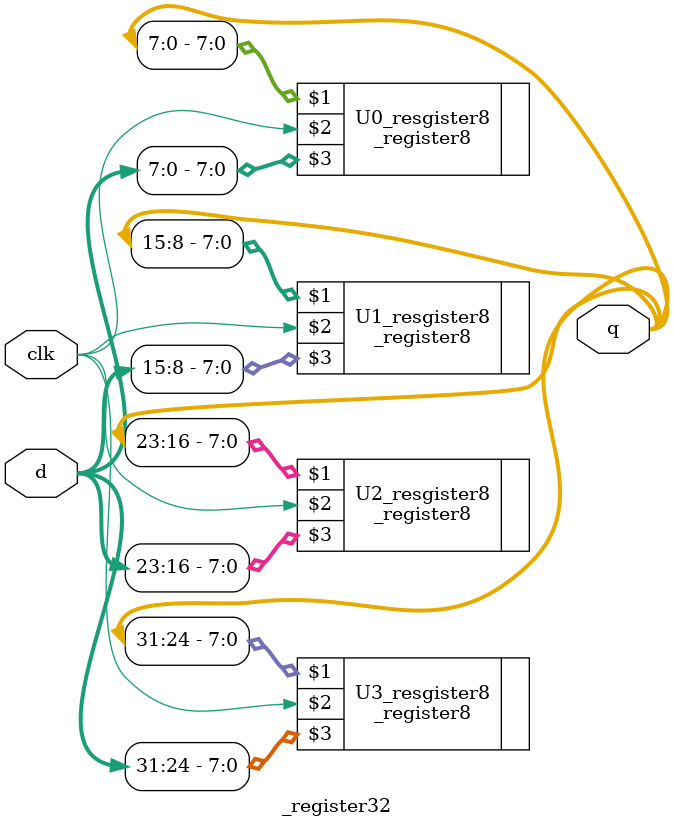
<source format=v>
module _register32(q, clk, d);		//32bit Register
	input clk;
	input[31:0] d;
	output[31:0] q;
	
	_register8 U0_resgister8(q[7:0], clk, d[7:0]);		//1~8 bit Reg
	_register8 U1_resgister8(q[15:8], clk, d[15:8]);	//9~16 bit Reg
	_register8 U2_resgister8(q[23:16], clk, d[23:16]);	//17~24 bit Reg
	_register8 U3_resgister8(q[31:24], clk, d[31:24]);	//25~32 bit Reg
	
	
endmodule

</source>
